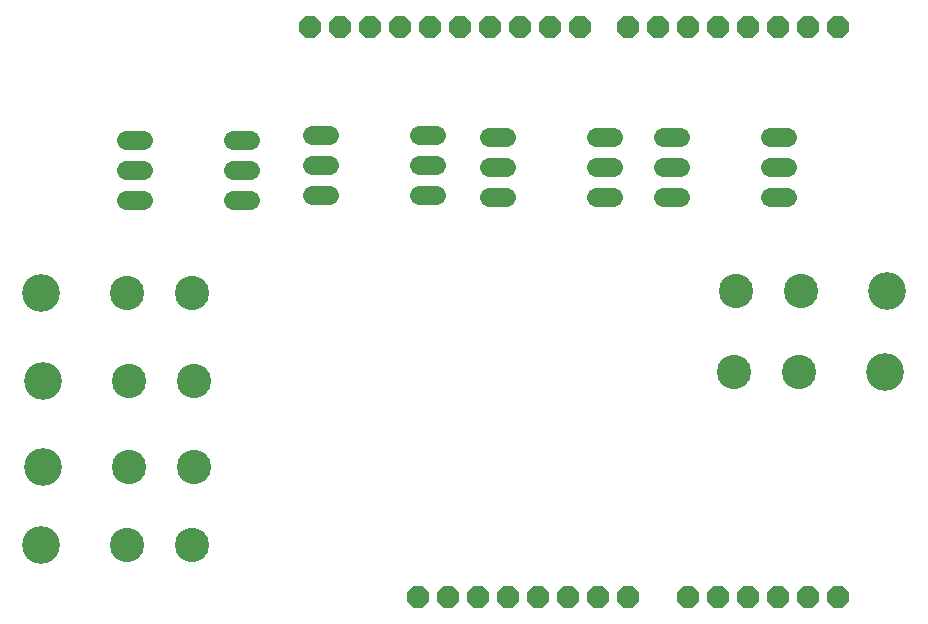
<source format=gbr>
G04 EAGLE Gerber RS-274X export*
G75*
%MOMM*%
%FSLAX34Y34*%
%LPD*%
%INSoldermask Top*%
%IPPOS*%
%AMOC8*
5,1,8,0,0,1.08239X$1,22.5*%
G01*
%ADD10P,2.034460X8X22.500000*%
%ADD11C,2.903200*%
%ADD12C,3.203200*%
%ADD13C,1.625600*%


D10*
X533400Y508000D03*
X508000Y25400D03*
X558800Y508000D03*
X584200Y508000D03*
X609600Y508000D03*
X635000Y508000D03*
X508000Y508000D03*
X482600Y508000D03*
X457200Y508000D03*
X416560Y508000D03*
X391160Y508000D03*
X365760Y508000D03*
X340360Y508000D03*
X314960Y508000D03*
X289560Y508000D03*
X264160Y508000D03*
X238760Y508000D03*
X533400Y25400D03*
X558800Y25400D03*
X584200Y25400D03*
X609600Y25400D03*
X635000Y25400D03*
X457200Y25400D03*
X431800Y25400D03*
X406400Y25400D03*
X381000Y25400D03*
X355600Y25400D03*
X330200Y25400D03*
X213360Y508000D03*
X187960Y508000D03*
X304800Y25400D03*
X279400Y25400D03*
D11*
X601980Y215900D03*
X546980Y215900D03*
D12*
X674980Y215900D03*
D11*
X603250Y284480D03*
X548250Y284480D03*
D12*
X676250Y284480D03*
D11*
X33020Y69850D03*
X88020Y69850D03*
D12*
X-39980Y69850D03*
D11*
X34290Y135890D03*
X89290Y135890D03*
D12*
X-38710Y135890D03*
D11*
X33020Y283210D03*
X88020Y283210D03*
D12*
X-39980Y283210D03*
D11*
X34290Y208280D03*
X89290Y208280D03*
D12*
X-38710Y208280D03*
D13*
X339598Y364490D02*
X353822Y364490D01*
X353822Y389890D02*
X339598Y389890D01*
X339598Y415290D02*
X353822Y415290D01*
X429768Y415290D02*
X443992Y415290D01*
X443992Y389890D02*
X429768Y389890D01*
X429768Y364490D02*
X443992Y364490D01*
X486918Y364490D02*
X501142Y364490D01*
X501142Y389890D02*
X486918Y389890D01*
X486918Y415290D02*
X501142Y415290D01*
X577088Y415290D02*
X591312Y415290D01*
X591312Y389890D02*
X577088Y389890D01*
X577088Y364490D02*
X591312Y364490D01*
X46482Y361950D02*
X32258Y361950D01*
X32258Y387350D02*
X46482Y387350D01*
X46482Y412750D02*
X32258Y412750D01*
X122428Y412750D02*
X136652Y412750D01*
X136652Y387350D02*
X122428Y387350D01*
X122428Y361950D02*
X136652Y361950D01*
X189738Y365760D02*
X203962Y365760D01*
X203962Y391160D02*
X189738Y391160D01*
X189738Y416560D02*
X203962Y416560D01*
X279908Y416560D02*
X294132Y416560D01*
X294132Y391160D02*
X279908Y391160D01*
X279908Y365760D02*
X294132Y365760D01*
M02*

</source>
